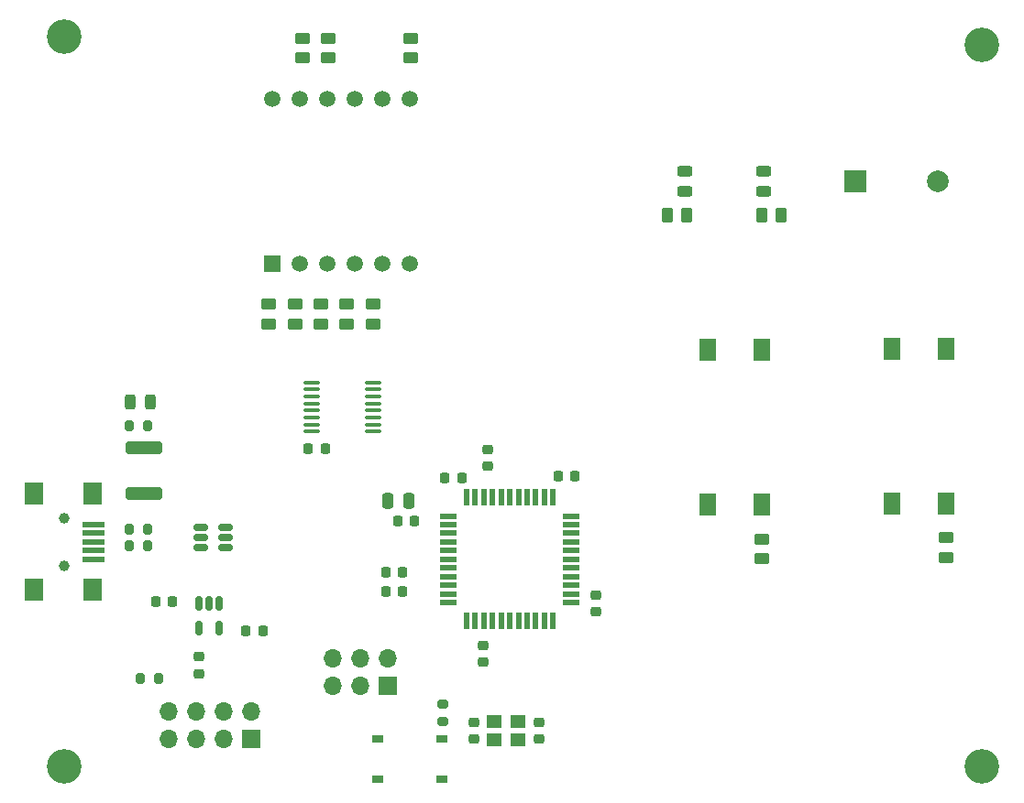
<source format=gbr>
%TF.GenerationSoftware,KiCad,Pcbnew,7.0.1*%
%TF.CreationDate,2023-04-20T13:06:00-06:00*%
%TF.ProjectId,Phase_B_ATMEGA,50686173-655f-4425-9f41-544d4547412e,rev?*%
%TF.SameCoordinates,Original*%
%TF.FileFunction,Soldermask,Top*%
%TF.FilePolarity,Negative*%
%FSLAX46Y46*%
G04 Gerber Fmt 4.6, Leading zero omitted, Abs format (unit mm)*
G04 Created by KiCad (PCBNEW 7.0.1) date 2023-04-20 13:06:00*
%MOMM*%
%LPD*%
G01*
G04 APERTURE LIST*
G04 Aperture macros list*
%AMRoundRect*
0 Rectangle with rounded corners*
0 $1 Rounding radius*
0 $2 $3 $4 $5 $6 $7 $8 $9 X,Y pos of 4 corners*
0 Add a 4 corners polygon primitive as box body*
4,1,4,$2,$3,$4,$5,$6,$7,$8,$9,$2,$3,0*
0 Add four circle primitives for the rounded corners*
1,1,$1+$1,$2,$3*
1,1,$1+$1,$4,$5*
1,1,$1+$1,$6,$7*
1,1,$1+$1,$8,$9*
0 Add four rect primitives between the rounded corners*
20,1,$1+$1,$2,$3,$4,$5,0*
20,1,$1+$1,$4,$5,$6,$7,0*
20,1,$1+$1,$6,$7,$8,$9,0*
20,1,$1+$1,$8,$9,$2,$3,0*%
G04 Aperture macros list end*
%ADD10RoundRect,0.200000X-0.200000X-0.275000X0.200000X-0.275000X0.200000X0.275000X-0.200000X0.275000X0*%
%ADD11RoundRect,0.250000X-0.262500X-0.450000X0.262500X-0.450000X0.262500X0.450000X-0.262500X0.450000X0*%
%ADD12RoundRect,0.250000X0.262500X0.450000X-0.262500X0.450000X-0.262500X-0.450000X0.262500X-0.450000X0*%
%ADD13RoundRect,0.243750X-0.456250X0.243750X-0.456250X-0.243750X0.456250X-0.243750X0.456250X0.243750X0*%
%ADD14RoundRect,0.200000X0.200000X0.275000X-0.200000X0.275000X-0.200000X-0.275000X0.200000X-0.275000X0*%
%ADD15RoundRect,0.200000X-0.275000X0.200000X-0.275000X-0.200000X0.275000X-0.200000X0.275000X0.200000X0*%
%ADD16R,1.400000X1.200000*%
%ADD17RoundRect,0.225000X0.225000X0.250000X-0.225000X0.250000X-0.225000X-0.250000X0.225000X-0.250000X0*%
%ADD18RoundRect,0.100000X-0.637500X-0.100000X0.637500X-0.100000X0.637500X0.100000X-0.637500X0.100000X0*%
%ADD19C,1.000000*%
%ADD20R,2.000000X0.500000*%
%ADD21R,1.700000X2.000000*%
%ADD22RoundRect,0.250000X0.450000X-0.262500X0.450000X0.262500X-0.450000X0.262500X-0.450000X-0.262500X0*%
%ADD23RoundRect,0.250000X-0.450000X0.262500X-0.450000X-0.262500X0.450000X-0.262500X0.450000X0.262500X0*%
%ADD24C,3.200000*%
%ADD25R,1.500000X0.550000*%
%ADD26R,0.550000X1.500000*%
%ADD27RoundRect,0.243750X0.243750X0.456250X-0.243750X0.456250X-0.243750X-0.456250X0.243750X-0.456250X0*%
%ADD28RoundRect,0.150000X-0.512500X-0.150000X0.512500X-0.150000X0.512500X0.150000X-0.512500X0.150000X0*%
%ADD29R,1.000000X0.700000*%
%ADD30R,1.500000X2.000000*%
%ADD31R,2.000000X2.000000*%
%ADD32C,2.000000*%
%ADD33RoundRect,0.225000X-0.250000X0.225000X-0.250000X-0.225000X0.250000X-0.225000X0.250000X0.225000X0*%
%ADD34RoundRect,0.225000X-0.225000X-0.250000X0.225000X-0.250000X0.225000X0.250000X-0.225000X0.250000X0*%
%ADD35R,1.700000X1.700000*%
%ADD36O,1.700000X1.700000*%
%ADD37RoundRect,0.250000X1.450000X-0.312500X1.450000X0.312500X-1.450000X0.312500X-1.450000X-0.312500X0*%
%ADD38RoundRect,0.225000X0.250000X-0.225000X0.250000X0.225000X-0.250000X0.225000X-0.250000X-0.225000X0*%
%ADD39R,1.500000X1.500000*%
%ADD40C,1.500000*%
%ADD41RoundRect,0.250000X0.250000X0.475000X-0.250000X0.475000X-0.250000X-0.475000X0.250000X-0.475000X0*%
%ADD42RoundRect,0.150000X-0.150000X0.512500X-0.150000X-0.512500X0.150000X-0.512500X0.150000X0.512500X0*%
G04 APERTURE END LIST*
D10*
%TO.C,R14*%
X106054342Y-114993130D03*
X107704342Y-114993130D03*
%TD*%
D11*
%TO.C,R3*%
X155689631Y-84396966D03*
X157514631Y-84396966D03*
%TD*%
D12*
%TO.C,R4*%
X166242632Y-84375411D03*
X164417632Y-84375411D03*
%TD*%
D13*
%TO.C,D2*%
X164606743Y-80310503D03*
X164606743Y-82185503D03*
%TD*%
%TO.C,D1*%
X157331776Y-80312294D03*
X157331776Y-82187294D03*
%TD*%
D14*
%TO.C,R17*%
X108700802Y-127250000D03*
X107050802Y-127250000D03*
%TD*%
D15*
%TO.C,R13*%
X134950802Y-129576170D03*
X134950802Y-131226170D03*
%TD*%
D16*
%TO.C,Y1*%
X139759998Y-132943900D03*
X141959998Y-132943900D03*
X141959998Y-131243900D03*
X139759998Y-131243900D03*
%TD*%
D17*
%TO.C,C13*%
X110009903Y-120147281D03*
X108459903Y-120147281D03*
%TD*%
D18*
%TO.C,U2*%
X122850216Y-99850000D03*
X122850216Y-100500000D03*
X122850216Y-101150000D03*
X122850216Y-101800000D03*
X122850216Y-102450000D03*
X122850216Y-103100000D03*
X122850216Y-103750000D03*
X122850216Y-104400000D03*
X128575216Y-104400000D03*
X128575216Y-103750000D03*
X128575216Y-103100000D03*
X128575216Y-102450000D03*
X128575216Y-101800000D03*
X128575216Y-101150000D03*
X128575216Y-100500000D03*
X128575216Y-99850000D03*
%TD*%
D19*
%TO.C,J2*%
X100043708Y-112396239D03*
X100043708Y-116796239D03*
D20*
X102743708Y-112996239D03*
X102743708Y-113796239D03*
X102743708Y-114596239D03*
X102743708Y-115396239D03*
X102743708Y-116196239D03*
D21*
X102643708Y-110146239D03*
X97193708Y-110146239D03*
X102643708Y-119046239D03*
X97193708Y-119046239D03*
%TD*%
D17*
%TO.C,C1*%
X124112622Y-106000000D03*
X122562622Y-106000000D03*
%TD*%
D22*
%TO.C,R11*%
X128524442Y-94438953D03*
X128524442Y-92613953D03*
%TD*%
D23*
%TO.C,R5*%
X122026593Y-68037009D03*
X122026593Y-69862009D03*
%TD*%
D24*
%TO.C,M3*%
X100006843Y-67863865D03*
%TD*%
D22*
%TO.C,R8*%
X121318532Y-94429663D03*
X121318532Y-92604663D03*
%TD*%
D23*
%TO.C,R1*%
X164462559Y-114325742D03*
X164462559Y-116150742D03*
%TD*%
D25*
%TO.C,U3*%
X135474169Y-112205911D03*
X135474169Y-113005911D03*
X135474169Y-113805911D03*
X135474169Y-114605911D03*
X135474169Y-115405911D03*
X135474169Y-116205911D03*
X135474169Y-117005911D03*
X135474169Y-117805911D03*
X135474169Y-118605911D03*
X135474169Y-119405911D03*
X135474169Y-120205911D03*
D26*
X137174169Y-121905911D03*
X137974169Y-121905911D03*
X138774169Y-121905911D03*
X139574169Y-121905911D03*
X140374169Y-121905911D03*
X141174169Y-121905911D03*
X141974169Y-121905911D03*
X142774169Y-121905911D03*
X143574169Y-121905911D03*
X144374169Y-121905911D03*
X145174169Y-121905911D03*
D25*
X146874169Y-120205911D03*
X146874169Y-119405911D03*
X146874169Y-118605911D03*
X146874169Y-117805911D03*
X146874169Y-117005911D03*
X146874169Y-116205911D03*
X146874169Y-115405911D03*
X146874169Y-114605911D03*
X146874169Y-113805911D03*
X146874169Y-113005911D03*
X146874169Y-112205911D03*
D26*
X145174169Y-110505911D03*
X144374169Y-110505911D03*
X143574169Y-110505911D03*
X142774169Y-110505911D03*
X141974169Y-110505911D03*
X141174169Y-110505911D03*
X140374169Y-110505911D03*
X139574169Y-110505911D03*
X138774169Y-110505911D03*
X137974169Y-110505911D03*
X137174169Y-110505911D03*
%TD*%
D27*
%TO.C,D3*%
X108018646Y-101663149D03*
X106143646Y-101663149D03*
%TD*%
D28*
%TO.C,U4*%
X112619758Y-113256869D03*
X112619758Y-114206869D03*
X112619758Y-115156869D03*
X114894758Y-115156869D03*
X114894758Y-114206869D03*
X114894758Y-113256869D03*
%TD*%
D29*
%TO.C,S3*%
X134940042Y-136513920D03*
X128940042Y-136513920D03*
X134940042Y-132813920D03*
X128940042Y-132813920D03*
%TD*%
D30*
%TO.C,S1*%
X164472220Y-96842033D03*
X164472220Y-111142033D03*
X159472220Y-96842033D03*
X159472220Y-111142033D03*
%TD*%
D31*
%TO.C,LS1*%
X173124042Y-81249490D03*
D32*
X180724042Y-81249490D03*
%TD*%
D33*
%TO.C,C15*%
X112450802Y-125225000D03*
X112450802Y-126775000D03*
%TD*%
D17*
%TO.C,C4*%
X136725293Y-108693995D03*
X135175293Y-108693995D03*
%TD*%
D22*
%TO.C,R12*%
X123719383Y-94438953D03*
X123719383Y-92613953D03*
%TD*%
D17*
%TO.C,C5*%
X131257121Y-119175537D03*
X129707121Y-119175537D03*
%TD*%
D23*
%TO.C,R10*%
X124416263Y-68040000D03*
X124416263Y-69865000D03*
%TD*%
D22*
%TO.C,R9*%
X118919572Y-94447718D03*
X118919572Y-92622718D03*
%TD*%
D34*
%TO.C,C14*%
X116819986Y-122790992D03*
X118369986Y-122790992D03*
%TD*%
%TO.C,C6*%
X145617996Y-108500000D03*
X147167996Y-108500000D03*
%TD*%
D24*
%TO.C,M3*%
X100000000Y-135370827D03*
%TD*%
D35*
%TO.C,J3*%
X117260642Y-132833297D03*
D36*
X117260642Y-130293297D03*
X114720642Y-132833297D03*
X114720642Y-130293297D03*
X112180642Y-132833297D03*
X112180642Y-130293297D03*
X109640642Y-132833297D03*
X109640642Y-130293297D03*
%TD*%
D23*
%TO.C,R2*%
X181462559Y-114234466D03*
X181462559Y-116059466D03*
%TD*%
D33*
%TO.C,C10*%
X138730510Y-124178286D03*
X138730510Y-125728286D03*
%TD*%
D37*
%TO.C,F1*%
X107354126Y-110157577D03*
X107354126Y-105882577D03*
%TD*%
D30*
%TO.C,S2*%
X181476995Y-96745035D03*
X181476995Y-111045035D03*
X176476995Y-96745035D03*
X176476995Y-111045035D03*
%TD*%
D38*
%TO.C,C12*%
X139153772Y-107605815D03*
X139153772Y-106055815D03*
%TD*%
D17*
%TO.C,C9*%
X131257121Y-117423701D03*
X129707121Y-117423701D03*
%TD*%
D39*
%TO.C,U1*%
X119246287Y-88843270D03*
D40*
X121786287Y-88843270D03*
X124326287Y-88843270D03*
X126866287Y-88843270D03*
X129406287Y-88843270D03*
X131946287Y-88843270D03*
X131946287Y-73603270D03*
X129406287Y-73603270D03*
X126866287Y-73603270D03*
X124326287Y-73603270D03*
X121786287Y-73603270D03*
X119246287Y-73603270D03*
%TD*%
D33*
%TO.C,C2*%
X137843533Y-131310397D03*
X137843533Y-132860397D03*
%TD*%
D41*
%TO.C,C8*%
X131842015Y-110782174D03*
X129942015Y-110782174D03*
%TD*%
D35*
%TO.C,J1*%
X129899259Y-127868989D03*
D36*
X129899259Y-125328989D03*
X127359259Y-127868989D03*
X127359259Y-125328989D03*
X124819259Y-127868989D03*
X124819259Y-125328989D03*
%TD*%
D42*
%TO.C,U5*%
X114361106Y-120321219D03*
X113411106Y-120321219D03*
X112461106Y-120321219D03*
X112461106Y-122596219D03*
X114361106Y-122596219D03*
%TD*%
D17*
%TO.C,C11*%
X132396282Y-112691213D03*
X130846282Y-112691213D03*
%TD*%
D23*
%TO.C,R6*%
X132059714Y-68039633D03*
X132059714Y-69864633D03*
%TD*%
D24*
%TO.C,M3*%
X184739976Y-135377021D03*
%TD*%
D22*
%TO.C,R7*%
X126125010Y-94442050D03*
X126125010Y-92617050D03*
%TD*%
D14*
%TO.C,R16*%
X107704391Y-103845702D03*
X106054391Y-103845702D03*
%TD*%
D10*
%TO.C,R15*%
X106056955Y-113425875D03*
X107706955Y-113425875D03*
%TD*%
D33*
%TO.C,C3*%
X143891193Y-131303540D03*
X143891193Y-132853540D03*
%TD*%
%TO.C,C7*%
X149094986Y-119503223D03*
X149094986Y-121053223D03*
%TD*%
D24*
%TO.C,M3*%
X184800000Y-68600000D03*
%TD*%
M02*

</source>
